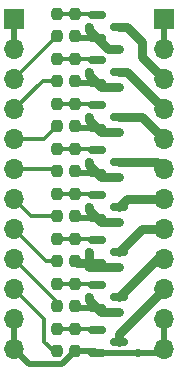
<source format=gtl>
G04 #@! TF.GenerationSoftware,KiCad,Pcbnew,(6.0.7)*
G04 #@! TF.CreationDate,2023-04-10T20:46:38+08:00*
G04 #@! TF.ProjectId,switchNMos1,73776974-6368-44e4-9d6f-73312e6b6963,rev?*
G04 #@! TF.SameCoordinates,Original*
G04 #@! TF.FileFunction,Copper,L1,Top*
G04 #@! TF.FilePolarity,Positive*
%FSLAX46Y46*%
G04 Gerber Fmt 4.6, Leading zero omitted, Abs format (unit mm)*
G04 Created by KiCad (PCBNEW (6.0.7)) date 2023-04-10 20:46:38*
%MOMM*%
%LPD*%
G01*
G04 APERTURE LIST*
G04 Aperture macros list*
%AMRoundRect*
0 Rectangle with rounded corners*
0 $1 Rounding radius*
0 $2 $3 $4 $5 $6 $7 $8 $9 X,Y pos of 4 corners*
0 Add a 4 corners polygon primitive as box body*
4,1,4,$2,$3,$4,$5,$6,$7,$8,$9,$2,$3,0*
0 Add four circle primitives for the rounded corners*
1,1,$1+$1,$2,$3*
1,1,$1+$1,$4,$5*
1,1,$1+$1,$6,$7*
1,1,$1+$1,$8,$9*
0 Add four rect primitives between the rounded corners*
20,1,$1+$1,$2,$3,$4,$5,0*
20,1,$1+$1,$4,$5,$6,$7,0*
20,1,$1+$1,$6,$7,$8,$9,0*
20,1,$1+$1,$8,$9,$2,$3,0*%
G04 Aperture macros list end*
G04 #@! TA.AperFunction,SMDPad,CuDef*
%ADD10RoundRect,0.237500X-0.237500X0.250000X-0.237500X-0.250000X0.237500X-0.250000X0.237500X0.250000X0*%
G04 #@! TD*
G04 #@! TA.AperFunction,SMDPad,CuDef*
%ADD11RoundRect,0.150000X-0.587500X-0.150000X0.587500X-0.150000X0.587500X0.150000X-0.587500X0.150000X0*%
G04 #@! TD*
G04 #@! TA.AperFunction,ComponentPad*
%ADD12R,1.700000X1.700000*%
G04 #@! TD*
G04 #@! TA.AperFunction,ComponentPad*
%ADD13O,1.700000X1.700000*%
G04 #@! TD*
G04 #@! TA.AperFunction,ViaPad*
%ADD14C,0.700000*%
G04 #@! TD*
G04 #@! TA.AperFunction,Conductor*
%ADD15C,0.300000*%
G04 #@! TD*
G04 #@! TA.AperFunction,Conductor*
%ADD16C,0.800000*%
G04 #@! TD*
G04 #@! TA.AperFunction,Conductor*
%ADD17C,0.500000*%
G04 #@! TD*
G04 APERTURE END LIST*
D10*
X128094500Y-96115500D03*
X128094500Y-97940500D03*
X129618500Y-88495500D03*
X129618500Y-90320500D03*
D11*
X131475000Y-115255000D03*
X131475000Y-117155000D03*
X133350000Y-116205000D03*
D10*
X128094500Y-115165500D03*
X128094500Y-116990500D03*
X129618500Y-96115500D03*
X129618500Y-97940500D03*
X129618500Y-103735500D03*
X129618500Y-105560500D03*
X129618500Y-107545500D03*
X129618500Y-109370500D03*
D11*
X131475000Y-96205000D03*
X131475000Y-98105000D03*
X133350000Y-97155000D03*
D10*
X129618500Y-92305500D03*
X129618500Y-94130500D03*
D11*
X131475000Y-100015000D03*
X131475000Y-101915000D03*
X133350000Y-100965000D03*
X131475000Y-111445000D03*
X131475000Y-113345000D03*
X133350000Y-112395000D03*
D10*
X128094500Y-92305500D03*
X128094500Y-94130500D03*
X129618500Y-115165500D03*
X129618500Y-116990500D03*
X128094500Y-107545500D03*
X128094500Y-109370500D03*
X128094500Y-99925500D03*
X128094500Y-101750500D03*
X128094500Y-88495500D03*
X128094500Y-90320500D03*
X129618500Y-99925500D03*
X129618500Y-101750500D03*
X129618500Y-111355500D03*
X129618500Y-113180500D03*
D11*
X131475000Y-92395000D03*
X131475000Y-94295000D03*
X133350000Y-93345000D03*
D10*
X128094500Y-103735500D03*
X128094500Y-105560500D03*
D11*
X131475000Y-88585000D03*
X131475000Y-90485000D03*
X133350000Y-89535000D03*
D10*
X128094500Y-111355500D03*
X128094500Y-113180500D03*
D11*
X131475000Y-107635000D03*
X131475000Y-109535000D03*
X133350000Y-108585000D03*
X131475000Y-103825000D03*
X131475000Y-105725000D03*
X133350000Y-104775000D03*
D12*
X137160000Y-88900000D03*
D13*
X137160000Y-91440000D03*
X137160000Y-93980000D03*
X137160000Y-96520000D03*
X137160000Y-99060000D03*
X137160000Y-101600000D03*
X137160000Y-104140000D03*
X137160000Y-106680000D03*
X137160000Y-109220000D03*
X137160000Y-111760000D03*
X137160000Y-114300000D03*
X137160000Y-116840000D03*
D12*
X124460000Y-88900000D03*
D13*
X124460000Y-91440000D03*
X124460000Y-93980000D03*
X124460000Y-96520000D03*
X124460000Y-99060000D03*
X124460000Y-101600000D03*
X124460000Y-104140000D03*
X124460000Y-106680000D03*
X124460000Y-109220000D03*
X124460000Y-111760000D03*
X124460000Y-114300000D03*
X124460000Y-116840000D03*
D14*
X133350000Y-106045000D03*
X133350000Y-109855000D03*
X130810000Y-89535000D03*
X130810000Y-97155000D03*
X130810000Y-108585000D03*
X133350000Y-113665000D03*
X134940000Y-117155000D03*
X130810000Y-104775000D03*
X133350000Y-102235000D03*
X133350000Y-91440000D03*
X133350000Y-98425000D03*
X130810000Y-93345000D03*
X130810000Y-112395000D03*
X130810000Y-100965000D03*
X133350000Y-94615000D03*
D15*
X128094500Y-90345500D02*
X128094500Y-90320500D01*
X124460000Y-93980000D02*
X128094500Y-90345500D01*
X126849500Y-94130500D02*
X128094500Y-94130500D01*
X124460000Y-96520000D02*
X126849500Y-94130500D01*
X126975000Y-99060000D02*
X128094500Y-97940500D01*
X124460000Y-99060000D02*
X126975000Y-99060000D01*
X124460000Y-101600000D02*
X127944000Y-101600000D01*
X127944000Y-101600000D02*
X128094500Y-101750500D01*
X124460000Y-104140000D02*
X125880500Y-105560500D01*
X125880500Y-105560500D02*
X128094500Y-105560500D01*
X127150500Y-109370500D02*
X128094500Y-109370500D01*
X124460000Y-106680000D02*
X127150500Y-109370500D01*
X128094500Y-112854500D02*
X128094500Y-113180500D01*
X124460000Y-109220000D02*
X128094500Y-112854500D01*
X124460000Y-111760000D02*
X127000000Y-114300000D01*
X127000000Y-114300000D02*
X127000000Y-116205000D01*
X127785500Y-116990500D02*
X128094500Y-116990500D01*
X127000000Y-116205000D02*
X127785500Y-116990500D01*
D16*
X133985000Y-89535000D02*
X133350000Y-89535000D01*
X137160000Y-93980000D02*
X135255000Y-92075000D01*
X135255000Y-92075000D02*
X135255000Y-90805000D01*
X135255000Y-90805000D02*
X133985000Y-89535000D01*
X133985000Y-93345000D02*
X133350000Y-93345000D01*
X137160000Y-96520000D02*
X133985000Y-93345000D01*
X135255000Y-97155000D02*
X137160000Y-99060000D01*
X133350000Y-97155000D02*
X135255000Y-97155000D01*
X136525000Y-100965000D02*
X137160000Y-101600000D01*
X133350000Y-100965000D02*
X136525000Y-100965000D01*
X137160000Y-104140000D02*
X133985000Y-104140000D01*
X133985000Y-104140000D02*
X133350000Y-104775000D01*
X135255000Y-106680000D02*
X133350000Y-108585000D01*
X137160000Y-106680000D02*
X135255000Y-106680000D01*
X136525000Y-109220000D02*
X133350000Y-112395000D01*
X137160000Y-109220000D02*
X136525000Y-109220000D01*
X137160000Y-111760000D02*
X133350000Y-115570000D01*
X133350000Y-115570000D02*
X133350000Y-116205000D01*
D15*
X129618500Y-88495500D02*
X131385500Y-88495500D01*
X131385500Y-88495500D02*
X131475000Y-88585000D01*
X128094500Y-88495500D02*
X129618500Y-88495500D01*
D17*
X124460000Y-88900000D02*
X124460000Y-91440000D01*
X129783000Y-90485000D02*
X129618500Y-90320500D01*
D16*
X129618500Y-109370500D02*
X129783000Y-109535000D01*
X130810000Y-93630000D02*
X131475000Y-94295000D01*
X130810000Y-97440000D02*
X131475000Y-98105000D01*
X130810000Y-109215000D02*
X130490000Y-109535000D01*
D17*
X137160000Y-114300000D02*
X137160000Y-116840000D01*
D16*
X133350000Y-113665000D02*
X131795000Y-113665000D01*
D17*
X131475000Y-105725000D02*
X129783000Y-105725000D01*
D16*
X133350000Y-109855000D02*
X130810000Y-109855000D01*
X131795000Y-94615000D02*
X131475000Y-94295000D01*
D17*
X128499000Y-118110000D02*
X129618500Y-116990500D01*
X129783000Y-94295000D02*
X129618500Y-94130500D01*
D16*
X130810000Y-100965000D02*
X130810000Y-101250000D01*
D17*
X131475000Y-98105000D02*
X129783000Y-98105000D01*
X131475000Y-101915000D02*
X129783000Y-101915000D01*
X136845000Y-117155000D02*
X134940000Y-117155000D01*
X129783000Y-105725000D02*
X129618500Y-105560500D01*
X131475000Y-90485000D02*
X129783000Y-90485000D01*
X137160000Y-88900000D02*
X137160000Y-91440000D01*
X129783000Y-113345000D02*
X129618500Y-113180500D01*
D16*
X130810000Y-104775000D02*
X130810000Y-105060000D01*
X132430000Y-91440000D02*
X131475000Y-90485000D01*
X130810000Y-108585000D02*
X130810000Y-109215000D01*
D17*
X125730000Y-118110000D02*
X128499000Y-118110000D01*
D16*
X133350000Y-91440000D02*
X132430000Y-91440000D01*
D17*
X131475000Y-94295000D02*
X129783000Y-94295000D01*
X134940000Y-117155000D02*
X131475000Y-117155000D01*
X137160000Y-116840000D02*
X136845000Y-117155000D01*
X124460000Y-114300000D02*
X124460000Y-116840000D01*
D16*
X131795000Y-98425000D02*
X131475000Y-98105000D01*
X131795000Y-113665000D02*
X131475000Y-113345000D01*
X133350000Y-102235000D02*
X131795000Y-102235000D01*
D17*
X131475000Y-113345000D02*
X129783000Y-113345000D01*
D16*
X133350000Y-94615000D02*
X131795000Y-94615000D01*
X131795000Y-102235000D02*
X131475000Y-101915000D01*
X133350000Y-106045000D02*
X131795000Y-106045000D01*
D17*
X129618500Y-116990500D02*
X131310500Y-116990500D01*
D16*
X130810000Y-93345000D02*
X130810000Y-93630000D01*
X131795000Y-106045000D02*
X131475000Y-105725000D01*
X133350000Y-98425000D02*
X131795000Y-98425000D01*
X130810000Y-89820000D02*
X131475000Y-90485000D01*
D17*
X129783000Y-98105000D02*
X129618500Y-97940500D01*
D16*
X130810000Y-112680000D02*
X131475000Y-113345000D01*
X130810000Y-109855000D02*
X130490000Y-109535000D01*
X130810000Y-105060000D02*
X131475000Y-105725000D01*
X129783000Y-109535000D02*
X130490000Y-109535000D01*
D17*
X124460000Y-116840000D02*
X125730000Y-118110000D01*
X129783000Y-101915000D02*
X129618500Y-101750500D01*
D16*
X130810000Y-89535000D02*
X130810000Y-89820000D01*
D17*
X131310500Y-116990500D02*
X131475000Y-117155000D01*
D16*
X130810000Y-101250000D02*
X131475000Y-101915000D01*
X130490000Y-109535000D02*
X131475000Y-109535000D01*
X130810000Y-97155000D02*
X130810000Y-97440000D01*
X130810000Y-112395000D02*
X130810000Y-112680000D01*
D15*
X131385500Y-103735500D02*
X131475000Y-103825000D01*
X129618500Y-103735500D02*
X131385500Y-103735500D01*
X128094500Y-103735500D02*
X129618500Y-103735500D01*
X131385500Y-92305500D02*
X131475000Y-92395000D01*
X129618500Y-92305500D02*
X131385500Y-92305500D01*
X128094500Y-92305500D02*
X129618500Y-92305500D01*
X128094500Y-107545500D02*
X129618500Y-107545500D01*
X131385500Y-107545500D02*
X131475000Y-107635000D01*
X129618500Y-107545500D02*
X131385500Y-107545500D01*
X129618500Y-96115500D02*
X131385500Y-96115500D01*
X131385500Y-96115500D02*
X131475000Y-96205000D01*
X128094500Y-96115500D02*
X129618500Y-96115500D01*
X128094500Y-111355500D02*
X129618500Y-111355500D01*
X131385500Y-111355500D02*
X131475000Y-111445000D01*
X129618500Y-111355500D02*
X131385500Y-111355500D01*
X131385500Y-99925500D02*
X131475000Y-100015000D01*
X128094500Y-99925500D02*
X129618500Y-99925500D01*
X129618500Y-99925500D02*
X131385500Y-99925500D01*
X128094500Y-115165500D02*
X129618500Y-115165500D01*
X131385500Y-115165500D02*
X131475000Y-115255000D01*
X129618500Y-115165500D02*
X131385500Y-115165500D01*
M02*

</source>
